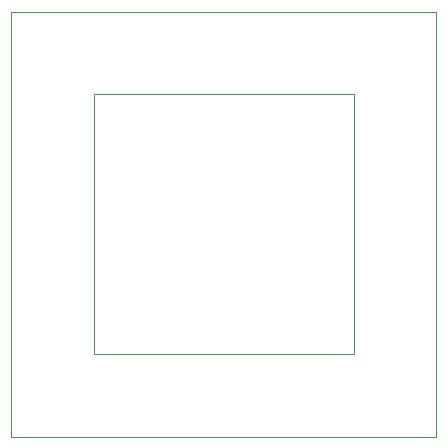
<source format=gbr>
%TF.GenerationSoftware,KiCad,Pcbnew,7.0.9-1.fc39*%
%TF.CreationDate,2023-12-06T14:15:38+00:00*%
%TF.ProjectId,LED PCB V2,4c454420-5043-4422-9056-322e6b696361,rev?*%
%TF.SameCoordinates,Original*%
%TF.FileFunction,Profile,NP*%
%FSLAX46Y46*%
G04 Gerber Fmt 4.6, Leading zero omitted, Abs format (unit mm)*
G04 Created by KiCad (PCBNEW 7.0.9-1.fc39) date 2023-12-06 14:15:38*
%MOMM*%
%LPD*%
G01*
G04 APERTURE LIST*
%TA.AperFunction,Profile*%
%ADD10C,0.100000*%
%TD*%
G04 APERTURE END LIST*
D10*
X104000000Y-48000000D02*
X126000000Y-48000000D01*
X126000000Y-70000000D01*
X104000000Y-70000000D01*
X104000000Y-48000000D01*
X97000000Y-41000000D02*
X133000000Y-41000000D01*
X133000000Y-77000000D01*
X97000000Y-77000000D01*
X97000000Y-41000000D01*
M02*

</source>
